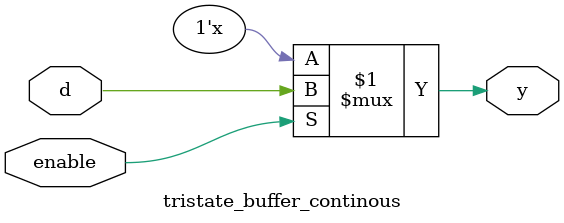
<source format=v>
module tristate_buffer_continous(input d,input enable,output y);
  assign y = enable? d:1'bz;
endmodule

</source>
